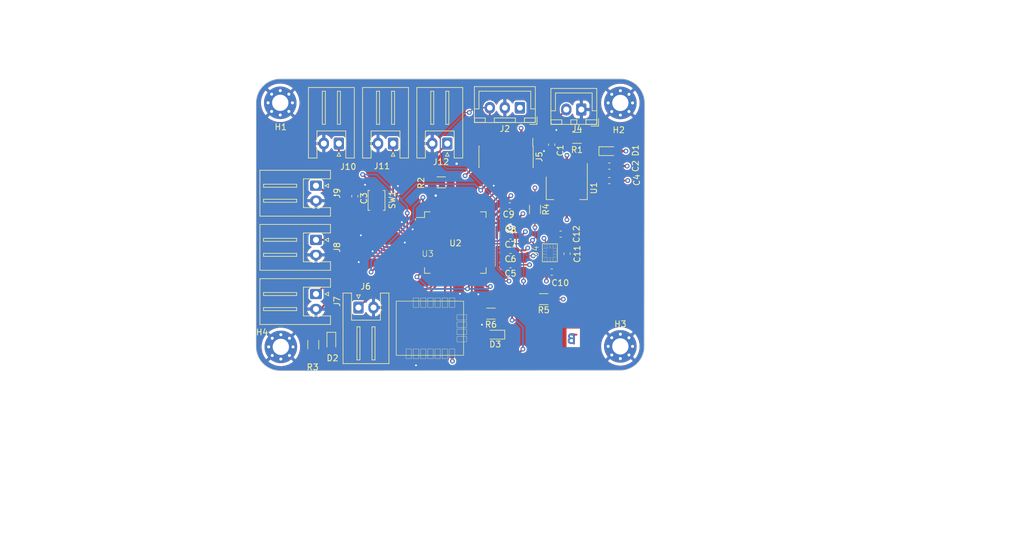
<source format=kicad_pcb>
(kicad_pcb (version 20221018) (generator pcbnew)
  (layers (0 "F.Cu" signal) (1 "In1.Cu" signal) (2 "In2.Cu" signal) (31 "B.Cu" signal) (34 "B.Paste" user) (35 "F.Paste" user) (36 "B.SilkS" user "B.Silkscreen") (37 "F.SilkS" user "F.Silkscreen") (38 "B.Mask" user) (39 "F.Mask" user) (44 "Edge.Cuts" user))
  (net 0 "")
  (net 1 "GND")
  (net 2 "VCC")
  (net 3 "+3.3V")
  (net 4 "/NRST")
  (net 5 "/MyoWare")
  (net 6 "/Back Hand")
  (net 7 "/Palm")
  (net 8 "/Thumb")
  (net 9 "/Little Finger")
  (net 10 "/Midle Fingle")
  (net 11 "/Ring Finger")
  (net 12 "/Index Finger")
  (net 20 "/Test_LED")
  (net 21 "/Boot")
  (net 22 "/USART1_TX")
  (net 23 "/USART1_RX")
  (net 36 "/OP_mode")
  (net 37 "/Wake_Up")
  (net 38 "/Reset")
  (net 40 "/SYS_JTMS-SWDIO")
  (net 41 "/SYS_JTCK-SWCLK")
  (net 42 "/I2C1_SCL")
  (net 51 "/BOOT0")
  (net 56 "/LED1")
  (net 62 "Net-(D1-K)")
  (net 63 "Net-(D2-K)")
  (net 64 "Net-(D3-K)")
  (net 73 "/I2C1_SDA")
  (footprint "Connector_JST:JST_XH_S2B-XH-A_1x02_P2.50mm_Horizontal" (layer "F.Cu") (at 105.25 58.25 180)
    (fp_text reference "J11")
    (fp_text value "Conn_01x02")
  )
  (footprint "Resistor_SMD:R_1206_3216Metric_Pad1.30x1.75mm_HandSolder" (layer "F.Cu") (at 135.775 57.3 180)
    (fp_text reference "R1")
    (fp_text value "1k")
  )
  (footprint "Connector_JST:JST_XH_S2B-XH-A_1x02_P2.50mm_Horizontal" (layer "F.Cu") (at 96.25 58.25 180)
    (fp_text reference "J10")
    (fp_text value "Conn_01x02")
  )
  (footprint "Capacitor_SMD:C_0603_1608Metric_Pad1.08x0.95mm_HandSolder" (layer "F.Cu") (at 98.9 67 -90)
    (fp_text reference "C3")
    (fp_text value "100n")
  )
  (footprint "Resistor_SMD:R_1206_3216Metric_Pad1.30x1.75mm_HandSolder" (layer "F.Cu") (at 121.5 86.5 180)
    (fp_text reference "R6")
    (fp_text value "1k")
  )
  (footprint "LED_SMD:LED_0603_1608Metric_Pad1.05x0.95mm_HandSolder" (layer "F.Cu") (at 95 91.275 -90)
    (fp_text reference "D2")
    (fp_text value "LED")
  )
  (footprint "MountingHole:MountingHole_2.7mm_Pad_Via" (layer "F.Cu") (at 86.618109 92.031891)
    (fp_text reference "H4")
    (fp_text value "MountingHole_Pad")
  )
  (footprint "Capacitor_SMD:C_0603_1608Metric_Pad1.08x0.95mm_HandSolder" (layer "F.Cu") (at 124.6 68.6)
    (fp_text reference "C9")
    (fp_text value "100nF")
  )
  (footprint "MountingHole:MountingHole_2.7mm_Pad_Via" (layer "F.Cu") (at 142.975 51.5)
    (fp_text reference "H2")
    (fp_text value "MountingHole_Pad")
  )
  (footprint "Connector_JST:JST_XH_S2B-XH-A_1x02_P2.50mm_Horizontal" (layer "F.Cu") (at 114.25 58.25 180)
    (fp_text reference "J12")
    (fp_text value "Conn_01x02")
  )
  (footprint "LED_SMD:LED_0603_1608Metric_Pad1.05x0.95mm_HandSolder" (layer "F.Cu") (at 141.075 59.5125)
    (fp_text reference "D1")
    (fp_text value "LED_RED")
  )
  (footprint "Capacitor_SMD:C_0603_1608Metric_Pad1.08x0.95mm_HandSolder" (layer "F.Cu") (at 133.0625 73.3)
    (fp_text reference "C11")
    (fp_text value "10uF")
  )
  (footprint "Capacitor_SMD:C_0603_1608Metric_Pad1.08x0.95mm_HandSolder" (layer "F.Cu") (at 124.7375 71.1 180)
    (fp_text reference "C8")
    (fp_text value "100nF")
  )
  (footprint "Capacitor_SMD:C_0603_1608Metric_Pad1.08x0.95mm_HandSolder" (layer "F.Cu") (at 134.125 76.5625 90)
    (fp_text reference "C12")
    (fp_text value "100nf")
  )
  (footprint "Capacitor_SMD:C_0603_1608Metric_Pad1.08x0.95mm_HandSolder" (layer "F.Cu") (at 131.5875 79.6)
    (fp_text reference "C10")
    (fp_text value "100nF")
  )
  (footprint "MountingHole:MountingHole_2.7mm_Pad_Via" (layer "F.Cu") (at 86.518109 51.481891)
    (fp_text reference "H1")
    (fp_text value "MountingHole_Pad")
  )
  (footprint "Capacitor_SMD:C_0603_1608Metric_Pad1.08x0.95mm_HandSolder" (layer "F.Cu") (at 131.575 58.4375 -90)
    (fp_text reference "C1")
    (fp_text value "10u")
  )
  (footprint "Connector_JST:JST_XH_S2B-XH-A_1x02_P2.50mm_Horizontal" (layer "F.Cu") (at 92.45 65.25 -90)
    (fp_text reference "J9")
    (fp_text value "Conn_01x02")
  )
  (footprint "Capacitor_SMD:C_0603_1608Metric_Pad1.08x0.95mm_HandSolder" (layer "F.Cu") (at 141.1375 62)
    (fp_text reference "C2")
    (fp_text value "10u")
  )
  (footprint "Capacitor_SMD:C_0603_1608Metric_Pad1.08x0.95mm_HandSolder" (layer "F.Cu") (at 141.1375 64.4 180)
    (fp_text reference "C4")
    (fp_text value "4.7uF")
  )
  (footprint "Package_QFP:LQFP-64_10x10mm_P0.5mm" (layer "F.Cu") (at 115.58 74.7)
    (fp_text reference "U2")
    (fp_text value "STM32G474RETx")
  )
  (footprint "IMU:WSEN-ISDS 6 Axis IMU" (layer "F.Cu") (at 128.725 76.4 90)
    (fp_text reference "U4")
    (fp_text value "~")
  )
  (footprint "Connector_PinHeader_1.27mm:PinHeader_2x07_P1.27mm_Vertical_SMD" (layer "F.Cu") (at 124 60.45 -90)
    (fp_text reference "J5")
    (fp_text value "Conn_ST_STDC14")
  )
  (footprint "Resistor_SMD:R_1206_3216Metric_Pad1.30x1.75mm_HandSolder" (layer "F.Cu") (at 113.25 64.7 180)
    (fp_text reference "R2")
    (fp_text value "R")
  )
  (footprint "Mes_empreintes:Proteus-II (Bluetooth)" (layer "F.Cu") (at 111 79.6875)
    (fp_text reference "U3")
    (fp_text value "~")
  )
  (footprint "Connector_JST:JST_XH_B2B-XH-A_1x02_P2.50mm_Vertical" (layer "F.Cu") (at 136.5 52.6 180)
    (fp_text reference "J4")
    (fp_text value "Conn_01x02")
  )
  (footprint "Connector_JST:JST_XH_S2B-XH-A_1x02_P2.50mm_Horizontal" (layer "F.Cu") (at 99.5 85.5)
    (fp_text reference "J6")
    (fp_text value "Conn_01x02")
  )
  (footprint "Connector_JST:JST_XH_S2B-XH-A_1x02_P2.50mm_Horizontal" (layer "F.Cu") (at 92.45 83.25 -90)
    (fp_text reference "J7")
    (fp_text value "Conn_01x02")
  )
  (footprint "MountingHole:MountingHole_2.7mm_Pad_Via" (layer "F.Cu") (at 142.975 91.95)
    (fp_text reference "H3")
    (fp_text value "MountingHole_Pad")
  )
  (footprint "LED_SMD:LED_0603_1608Metric_Pad1.05x0.95mm_HandSolder" (layer "F.Cu") (at 122.125 90 180)
    (fp_text reference "D3")
    (fp_text value "LED")
  )
  (footprint "Resistor_SMD:R_1206_3216Metric_Pad1.30x1.75mm_HandSolder" (layer "F.Cu") (at 92 91.65 -90)
    (fp_text reference "R3")
    (fp_text value "1k")
  )
  (footprint "Resistor_SMD:R_1206_3216Metric_Pad1.30x1.75mm_HandSolder" (layer "F.Cu") (at 130.25 84.1 180)
    (fp_text reference "R5")
    (fp_text value "4.7K")
  )
  (footprint "Capacitor_SMD:C_0603_1608Metric_Pad1.08x0.95mm_HandSolder" (layer "F.Cu") (at 124.7375 73.6 180)
    (fp_text reference "C7")
    (fp_text value "100nF")
  )
  (footprint "Capacitor_SMD:C_0603_1608Metric_Pad1.08x0.95mm_HandSolder" (layer "F.Cu") (at 124.7375 76 180)
    (fp_text reference "C6")
    (fp_text value "100nF")
  )
  (footprint "Resistor_SMD:R_1206_3216Metric_Pad1.30x1.75mm_HandSolder" (layer "F.Cu") (at 128.8 69.2 -90)
    (fp_text reference "R4")
    (fp_text value "4.7K")
  )
  (footprint "Button_Switch_SMD:SW_SPST_B3U-1000P" (layer "F.Cu") (at 102.5 67.7 90)
    (fp_text reference "SW1")
    (fp_text value "SW_Push")
  )
  (footprint "Connector_JST:JST_XH_B3B-XH-A_1x03_P2.50mm_Vertical" (layer "F.Cu") (at 126.3 52.3 180)
    (fp_text reference "J2")
    (fp_text value "Conn_01x03")
  )
  (footprint "Connector_JST:JST_XH_S2B-XH-A_1x02_P2.50mm_Horizontal" (layer "F.Cu") (at 92.45 74.25 -90)
    (fp_text reference "J8")
    (fp_text value "Conn_01x02")
  )
  (footprint "Package_TO_SOT_SMD:SOT-223-3_TabPin2" (layer "F.Cu") (at 134.075 65.65 -90)
    (fp_text reference "U1")
    (fp_text value "AMS1117-3.3")
  )
  (footprint "Capacitor_SMD:C_0603_1608Metric_Pad1.08x0.95mm_HandSolder" (layer "F.Cu") (at 124.7375 78.4 180)
    (fp_text reference "C5")
    (fp_text value "100nF")
  )
  (gr_arc (start 86.5 95.990614) (mid 83.67821 94.82179) (end 82.509386 92) (stroke (width 0.1)) (layer "Edge.Cuts"))
  (gr_line (start 147 51.5) (end 146.940613 91.95) (stroke (width 0.1)) (layer "Edge.Cuts"))
  (gr_arc (start 143 47.5) (mid 145.828427 48.671573) (end 147 51.5) (stroke (width 0.1)) (layer "Edge.Cuts"))
  (gr_arc (start 82.518772 51.5) (mid 83.687595 48.678205) (end 86.509386 47.509372) (stroke (width 0.1)) (layer "Edge.Cuts"))
  (gr_line (start 82.509386 92) (end 82.518772 51.5) (stroke (width 0.1)) (layer "Edge.Cuts"))
  (gr_line (start 142.95 95.940613) (end 86.5 95.990614) (stroke (width 0.1)) (layer "Edge.Cuts"))
  (gr_line (start 86.509386 47.509386) (end 143 47.5) (stroke (width 0.1)) (layer "Edge.Cuts"))
  (gr_arc (start 146.940613 91.95) (mid 145.77179 94.77179) (end 142.95 95.940613) (stroke (width 0.1)) (layer "Edge.Cuts"))
  (gr_text "T" (at 134.5 91.7) (layer "F.Cu") (effects (font (size 1.5 1.5) (thickness 0.3) bold) (justify left bottom)))
  (gr_text "EVE Haptic gloves \nENSEA" (at 145.9 85.3 90) (layer "F.Cu") (effects (font (size 1 1) (thickness 0.25) bold) (justify left bottom)))
  (gr_text "B" (at 135.8 91.6) (layer "B.Cu") (effects (font (size 1.5 1.5) (thickness 0.3) bold) (justify left bottom mirror)))
  (segment (start 123.525 71.45) (end 123.875 71.1) (width 0.3) (layer "F.Cu") (net 1))
  (segment (start 116.35 81.9) (end 116.35 83.2) (width 0.2) (layer "F.Cu") (net 1))
  (segment (start 121.255 71.45) (end 123.525 71.45) (width 0.3) (layer "F.Cu") (net 1))
  (segment (start 123.875 70.1875) (end 125.4625 68.6) (width 0.3) (layer "F.Cu") (net 1))
  (segment (start 119.95 88.3) (end 120 88.35) (width 0.2) (layer "F.Cu") (net 1))
  (segment (start 100.957106 77.95) (end 93.157106 85.75) (width 0.3) (layer "F.Cu") (net 1))
  (segment (start 109.905 77.95) (end 100.957106 77.95) (width 0.3) (layer "F.Cu") (net 1))
  (segment (start 116.83 80.375) (end 116.83 81.42) (width 0.2) (layer "F.Cu") (net 1))
  (segment (start 93.157106 85.75) (end 92.45 85.75) (width 0.3) (layer "F.Cu") (net 1))
  (segment (start 112.33 65.33) (end 111.7 64.7) (width 0.3) (layer "F.Cu") (net 1))
  (segment (start 109.05 93.1875) (end 109.05 95.1) (width 0.3) (layer "F.Cu") (net 1))
  (segment (start 109.2 93.3375) (end 109.05 93.1875) (width 0.3) (layer "F.Cu") (net 1))
  (segment (start 114.8 61.6) (end 115.8 61.6) (width 0.3) (layer "F.Cu") (net 1))
  (segment (start 111.7 64.7) (end 114.8 61.6) (width 0.3) (layer "F.Cu") (net 1))
  (segment (start 123.875 71.1) (end 123.875 70.1875) (width 0.3) (layer "F.Cu") (net 1))
  (segment (start 116.83 81.42) (end 116.35 81.9) (width 0.2) (layer "F.Cu") (net 1))
  (segment (start 112.33 66.9) (end 112.33 65.33) (width 0.3) (layer "F.Cu") (net 1))
  (segment (start 118.83 80.375) (end 118.83 82.73) (width 0.2) (layer "F.Cu") (net 1))
  (segment (start 118.83 82.73) (end 119.4 83.3) (width 0.2) (layer "F.Cu") (net 1))
  (segment (start 119.95 86.5) (end 119.95 88.3) (width 0.2) (layer "F.Cu") (net 1))
  (segment (start 112.33 69.025) (end 112.33 66.9) (width 0.3) (layer "F.Cu") (net 1))
  (via (at 106.7 71.3) (size 0.6) (drill 0.3) (layers "F.Cu" "B.Cu") (net 1))
  (via (at 130.3 59.5) (size 0.6) (drill 0.3) (layers "F.Cu" "B.Cu") (net 1))
  (via (at 121.95 65.25) (size 0.6) (drill 0.3) (layers "F.Cu" "B.Cu") (net 1))
  (via (at 108.5 72.5) (size 0.6) (drill 0.3) (layers "F.Cu" "B.Cu") (net 1))
  (via (at 99.9 73.5) (size 0.6) (drill 0.3) (layers "F.Cu" "B.Cu") (net 1))
  (via (at 109.05 95.1) (size 0.6) (drill 0.3) (layers "F.Cu" "B.Cu") (net 1))
  (via (at 119.4 83.3) (size 0.6) (drill 0.3) (layers "F.Cu" "B.Cu") (net 1))
  (via (at 116.35 83.2) (size 0.6) (drill 0.3) (layers "F.Cu" "B.Cu") (net 1))
  (via (at 120 88.35) (size 0.6) (drill 0.3) (layers "F.Cu" "B.Cu") (net 1))
  (via (at 99.55 77.95) (size 0.6) (drill 0.3) (layers "F.Cu" "B.Cu") (net 1))
  (via (at 100.6 65.1) (size 0.6) (drill 0.3) (layers "F.Cu" "B.Cu") (net 1))
  (via (at 95.6 66.85) (size 0.6) (drill 0.3) (layers "F.Cu" "B.Cu") (net 1))
  (via (at 115.8 61.6) (size 0.8) (drill 0.4) (layers "F.Cu" "B.Cu") (net 1))
  (via (at 112.33 66.9) (size 0.8) (drill 0.4) (layers "F.Cu" "B.Cu") (net 1))
  (via (at 107.2 74.7) (size 0.6) (drill 0.3) (layers "F.Cu" "B.Cu") (net 1))
  (via (at 132.35 56) (size 0.6) (drill 0.3) (layers "F.Cu" "B.Cu") (net 1))
  (via (at 106.05 65.3) (size 0.6) (drill 0.3) (layers "F.Cu" "B.Cu") (net 1))
  (via (at 101.85 76.15) (size 0.6) (drill 0.3) (layers "F.Cu" "B.Cu") (net 1))
  (segment (start 129.6 60.4) (end 129.6 62) (width 0.3) (layer "F.Cu") (net 2))
  (segment (start 134 52.6) (end 129.6 57) (width 0.3) (layer "F.Cu") (net 2))
  (segment (start 130.475 60.4) (end 129.6 60.4) (width 0.3) (layer "F.Cu") (net 2))
  (segment (start 129.6 62) (end 130.1 62.5) (width 0.3) (layer "F.Cu") (net 2))
  (segment (start 131.575 59.3) (end 130.475 60.4) (width 0.3) (layer "F.Cu") (net 2))
  (segment (start 130.1 62.5) (end 131.775 62.5) (width 0.3) (layer "F.Cu") (net 2))
  (segment (start 129.6 57) (end 129.6 60.4) (width 0.3) (layer "F.Cu") (net 2))
  (segment (start 109.905 78.45) (end 102.75 78.45) (width 0.3) (layer "F.Cu") (net 3))
  (segment (start 128.8 67.65) (end 128.8 65.6) (width 0.2) (layer "F.Cu") (net 3))
  (segment (start 120.8 82) (end 119.4 80.6) (width 0.3) (layer "F.Cu") (net 3))
  (segment (start 125.6 73.6) (end 126.5 73.6) (width 0.3) (layer "F.Cu") (net 3))
  (segment (start 123.7375 67.9625) (end 123.7375 68.6) (width 0.4) (layer "F.Cu") (net 3))
  (segment (start 133.6 76.9) (end 134.125 77.425) (width 0.2) (layer "F.Cu") (net 3))
  (segment (start 127.1995 76) (end 125.6 76) (width 0.3) (layer "F.Cu") (net 3))
  (segment (start 117.83 82.17) (end 117.83 80.375) (width 0.3) (layer "F.Cu") (net 3))
  (segment (start 132.2 73.3) (end 132.2 75.125) (width 0.2) (layer "F.Cu") (net 3))
  (segment (start 126.5 55.7) (end 126.54 55.74) (width 0.4) (layer "F.Cu") (net 3))
  (segment (start 134.1 60.2) (end 134.075 60.225) (width 0.4) (layer "F.Cu") (net 3))
  (segment (start 142 64.4) (end 144 64.4) (width 0.3) (layer "F.Cu") (net 3))
  (segment (start 125.6 78.4) (end 127.9 78.4) (width 0.2) (layer "F.Cu") (net 3))
  (segment (start 132.2 75.125) (end 132.025 75.3) (width 0.2) (layer "F.Cu") (net 3))
  (segment (start 134.075 60.225) (end 134.075 62.5) (width 0.4) (layer "F.Cu") (net 3))
  (segment (start 132.125 76.9) (end 133.6 76.9) (width 0.2) (layer "F.Cu") (net 3))
  (segment (start 130.725 81.075) (end 130.7 81.1) (width 0.4) (layer "F.Cu") (net 3))
  (segment (start 117.6 82.4) (end 117.83 82.17) (width 0.3) (layer "F.Cu") (net 3))
  (segment (start 109.905 78.45) (end 109.905 79.695) (width 0.3) (layer "F.Cu") (net 3))
  (segment (start 130.525 74.225) (end 130.3 74) (width 0.2) (layer "F.Cu") (net 3))
  (segment (start 126.5 73.6) (end 127.2 72.9) (width 0.3) (layer "F.Cu") (net 3))
  (segment (start 134.075 70.875) (end 134.075 68.8) (width 0.4) (layer "F.Cu") (net 3))
  (segment (start 109.905 70.95) (end 109.905 69.295) (width 0.3) (layer "F.Cu") (net 3))
  (segment (start 123.7375 68.6) (end 121.4375 70.9) (width 0.4) (layer "F.Cu") (net 3))
  (segment (start 115.05 94.3505) (end 115.1 94.4005) (width 0.4) (layer "F.Cu") (net 3))
  (segment (start 143.9 59.5) (end 143.8875 59.5125) (width 0.4) (layer "F.Cu") (net 3))
  (segment (start 110.2 67.1995) (end 110.2 69) (width 0.3) (layer "F.Cu") (net 3))
  (segment (start 130.525 78.575) (end 130.525 77.5) (width 0.4) (layer "F.Cu") (net 3))
  (segment (start 143.8875 59.5125) (end 141.95 59.5125) (width 0.4) (layer "F.Cu") (net 3))
  (segment (start 142 62) (end 144.1 62) (width 0.4) (layer "F.Cu") (net 3))
  (segment (start 127.5995 75.6) (end 127.1995 76) (width 0.3) (layer "F.Cu") (net 3))
  (segment (start 111.805 69) (end 111.83 69.025) (width 0.3) (layer "F.Cu") (net 3))
  (segment (start 131.8 84.1) (end 133.5 84.1) (width 0.2) (layer "F.Cu") (net 3))
  (segment (start 125.6 71.1) (end 126.8 69.9) (width 0.3) (layer "F.Cu") (net 3))
  (segment (start 130.525 75.3) (end 130.525 74.225) (width 0.2) (layer "F.Cu") (net 3))
  (segment (start 109.905 69.295) (end 110.2 69) (width 0.3) (layer "F.Cu") (net 3))
  (segment (start 124.8 66.9) (end 123.7375 67.9625) (width 0.4) (layer "F.Cu") (net 3))
  (segment (start 126.54 55.74) (end 126.54 58.5) (width 0.4) (layer "F.Cu") (net 3))
  (segment (start 130.725 79.6) (end 130.725 78.825) (width 0.4) (layer "F.Cu") (net 3))
  (segment (start 130.725 78.825) (end 130.5 78.6) (width 0.4) (layer "F.Cu") (net 3))
  (segment (start 115.05 93.1875) (end 115.05 94.3505) (width 0.4) (layer "F.Cu") (net 3))
  (segment (start 121.4 82) (end 120.8 82) (width 0.3) (layer "F.Cu") (net 3))
  (segment (start 109.905 79.695) (end 109.2 80.4) (width 0.3) (layer "F.Cu") (net 3))
  (segment (start 134.1 70.9) (end 134.075 70.875) (width 0.4) (layer "F.Cu") (net 3))
  (segment (start 130.725 79.6) (end 130.725 81.075) (width 0.4) (layer "F.Cu") (net 3))
  (segment (start 144 64.4) (end 144.2 64.4) (width 0.2) (layer "F.Cu") (net 3))
  (segment (start 102.75 78.45) (end 101.6 79.6) (width 0.3) (layer "F.Cu") (net 3))
  (segment (start 110.2 69) (end 111.805 69) (width 0.3) (layer "F.Cu") (net 3))
  (segment (start 130.5 78.6) (end 130.525 78.575) (width 0.4) (layer "F.Cu") (net 3))
  (via (at 109.2 80.4) (size 0.8) (drill 0.4) (layers "F.Cu" "B.Cu") (net 3))
  (via (at 117.6 82.4) (size 0.8) (drill 0.4) (layers "F.Cu" "B.Cu") (net 3))
  (via (at 126.5 55.7) (size 0.8) (drill 0.4) (layers "F.Cu" "B.Cu") (net 3))
  (via (at 130.3 74) (size 0.8) (drill 0.4) (layers "F.Cu" "B.Cu") (net 3))
  (via (at 134.1 70.9) (size 0.8) (drill 0.4) (layers "F.Cu" "B.Cu") (net 3))
  (via (at 101.6 79.6) (size 0.8) (drill 0.4) (layers "F.Cu" "B.Cu") (net 3))
  (via (at 134.1 60.2) (size 0.8) (drill 0.4) (layers "F.Cu" "B.Cu") (net 3))
  (via (at 127.2 72.9) (size 0.8) (drill 0.4) (layers "F.Cu" "B.Cu") (net 3))
  (via (at 124.8 66.9) (size 0.8) (drill 0.4) (layers "F.Cu" "B.Cu") (net 3))
  (via (at 110.2 67.1995) (size 0.8) (drill 0.4) (layers "F.Cu" "B.Cu") (net 3))
  (via (at 127.5995 75.6) (size 0.8) (drill 0.4) (layers "F.Cu" "B.Cu") (net 3))
  (via (at 128.8 65.6) (size 0.8) (drill 0.4) (layers "F.Cu" "B.Cu") (net 3))
  (via (at 144.2 64.4) (size 0.8) (drill 0.4) (layers "F.Cu" "B.Cu") (net 3))
  (via (at 127.9 78.4) (size 0.8) (drill 0.4) (layers "F.Cu" "B.Cu") (net 3))
  (via (at 143.9 59.5) (size 0.8) (drill 0.4) (layers "F.Cu" "B.Cu") (net 3))
  (via (at 144.1 62) (size 0.8) (drill 0.4) (layers "F.Cu" "B.Cu") (net 3))
  (via (at 126.8 69.9) (size 0.8) (drill 0.4) (layers "F.Cu" "B.Cu") (net 3))
  (via (at 121.4 82) (size 0.8) (drill 0.4) (layers "F.Cu" "B.Cu") (net 3))
  (via (at 133.5 84.1) (size 0.8) (drill 0.4) (layers "F.Cu" "B.Cu") (net 3))
  (via (at 115.1 94.4005) (size 0.8) (drill 0.4) (layers "F.Cu" "B.Cu") (net 3))
  (via (at 130.7 81.1) (size 0.8) (drill 0.4) (layers "F.Cu" "B.Cu") (net 3))
  (segment (start 121 82.4) (end 117.6 82.4) (width 0.3) (layer "B.Cu") (net 3))
  (segment (start 111.2 82.4) (end 117.6 82.4) (width 0.3) (layer "B.Cu") (net 3))
  (segment (start 101.6 77.8) (end 101.6 79.6) (width 0.3) (layer "B.Cu") (net 3))
  (segment (start 108.6 68.7995) (end 108.6 70.8) (width 0.3) (layer "B.Cu") (net 3))
  (segment (start 108.6 70.8) (end 101.6 77.8) (width 0.3) (layer "B.Cu") (net 3))
  (segment (start 110.2 67.1995) (end 108.6 68.7995) (width 0.3) (layer "B.Cu") (net 3))
  (segment (start 121.4 82) (end 121 82.4) (width 0.3) (layer "B.Cu") (net 3))
  (segment (start 109.2 80.4) (end 111.2 82.4) (width 0.3) (layer "B.Cu") (net 3))
  (segment (start 99.0375 66) (end 102.5 66) (width 0.3) (layer "F.Cu") (net 4))
  (segment (start 121.46 64.34) (end 121.46 62.4) (width 0.3) (layer "F.Cu") (net 4))
  (segment (start 98.9 66.1375) (end 99.0375 66) (width 0.3) (layer "F.Cu") (net 4))
  (segment (start 119.8 66) (end 121.46 64.34) (width 0.3) (layer "F.Cu") (net 4))
  (segment (start 109.028959 73.95) (end 109.905 73.95) (width 0.3) (layer "F.Cu") (net 4))
  (segment (start 107.6 72.521041) (end 109.028959 73.95) (width 0.3) (layer "F.Cu") (net 4))
  (segment (start 102.5 65.7) (end 102.5 66) (width 0.3) (layer "F.Cu") (net 4))
  (segment (start 100.2 63.4) (end 102.5 65.7) (width 0.3) (layer "F.Cu") (net 4))
  (segment (start 107.6 69.8) (end 107.6 72.521041) (width 0.3) (layer "F.Cu") (net 4))
  (via (at 107.6 69.8) (size 0.8) (drill 0.4) (layers "F.Cu" "B.Cu") (net 4))
  (via (at 119.8 66) (size 0.8) (drill 0.4) (layers "F.Cu" "B.Cu") (net 4))
  (via (at 100.2 63.4) (size 0.8) (drill 0.4) (layers "F.Cu" "B.Cu") (net 4))
  (segment (start 102.5 63.4) (end 106.55 67.45) (width 0.3) (layer "B.Cu") (net 4))
  (segment (start 106.55 67.45) (end 106.55 67.6) (width 0.3) (layer "B.Cu") (net 4))
  (segment (start 118.8 65) (end 119.8 66) (width 0.3) (layer "B.Cu") (net 4))
  (segment (start 107.6 68.65) (end 107.6 69.8) (width 0.3) (layer "B.Cu") (net 4))
  (segment (start 100.2 63.4) (end 102.5 63.4) (width 0.3) (layer "B.Cu") (net 4))
  (segment (start 106.55 67.6) (end 107.6 68.65) (width 0.3) (layer "B.Cu") (net 4))
  (segment (start 109.15 65) (end 118.8 65) (width 0.3) (layer "B.Cu") (net 4))
  (segment (start 106.55 67.6) (end 109.15 65) (width 0.3) (layer "B.Cu") (net 4))
  (segment (start 120.18 79.165) (end 122.115 81.1) (width 0.2) (layer "F.Cu") (net 5))
  (segment (start 118 56.2) (end 118 62.8) (width 0.3) (layer "F.Cu") (net 5))
  (segment (start 120.18 72.21967) (end 120.18 79.165) (width 0.2) (layer "F.Cu") (net 5))
  (segment (start 121.3 55.1) (end 120.8 55.6) (width 0.3) (layer "F.Cu") (net 5))
  (segment (start 120.8 55.6) (end 118.6 55.6) (width 0.3) (layer "F.Cu") (net 5))
  (segment (start 121.255 71.95) (end 120.44967 71.95) (width 0.2) (layer "F.Cu") (net 5))
  (segment (start 118.7 52.3) (end 121.3 52.3) (width 0.2) (layer "F.Cu") (net 5))
  (segment (start 121.3 52.3) (end 121.3 55.1) (width 0.3) (layer "F.Cu") (net 5))
  (segment (start 122.115 81.1) (end 124.5 81.1) (width 0.2) (layer "F.Cu") (net 5))
  (segment (start 118.6 55.6) (end 118 56.2) (width 0.3) (layer "F.Cu") (net 5))
  (segment (start 120.44967 71.95) (end 120.18 72.21967) (width 0.2) (layer "F.Cu") (net 5))
  (segment (start 117.9 53.1) (end 118.7 52.3) (width 0.2) (layer "F.Cu") (net 5))
  (segment (start 118 62.8) (end 117.2 63.6) (width 0.3) (layer "F.Cu") (net 5))
  (via (at 117.2 63.6) (size 0.8) (drill 0.4) (layers "F.Cu" "B.Cu") (net 5))
  (via (at 117.9 53.1) (size 0.8) (drill 0.4) (layers "F.Cu" "B.Cu") (net 5))
  (via (at 124.5 81.1) (size 0.8) (drill 0.4) (layers "F.Cu" "B.Cu") (net 5))
  (segment (start 113.1 61.376346) (end 113.1 57.272183) (width 0.2) (layer "B.Cu") (net 5))
  (segment (start 117.272183 53.1) (end 117.9 53.1) (width 0.2) (layer "B.Cu") (net 5))
  (segment (start 124.5 81) (end 122.55 79.05) (width 0.2) (layer "B.Cu") (net 5))
  (segment (start 117.233511 62.443561) (end 114.167215 62.443561) (width 0.2) (layer "B.Cu") (net 5))
  (segment (start 124.5 81.1) (end 124.5 81) (width 0.2) (layer "B.Cu") (net 5))
  (segment (start 113.1 57.272183) (end 117.272183 53.1) (width 0.2) (layer "B.Cu") (net 5))
  (segment (start 122.55 67.76005) (end 117.233511 62.443561) (width 0.2) (layer "B.Cu") (net 5))
  (segment (start 114.167215 62.443561) (end 113.1 61.376346) (width 0.2) (layer "B.Cu") (net 5))
  (segment (start 122.55 79.05) (end 122.55 67.76005) (width 0.2) (layer "B.Cu") (net 5))
  (segment (start 114.25 58.25) (end 105.8 66.7) (width 0.3) (layer "F.Cu") (net 6))
  (segment (start 105.8 71.492894) (end 108.757106 74.45) (width 0.3) (layer "F.Cu") (net 6))
  (segment (start 105.8 66.7) (end 105.8 71.492894) (width 0.3) (layer "F.Cu") (net 6))
  (segment (start 108.757106 74.45) (end 109.905 74.45) (width 0.3) (layer "F.Cu") (net 6))
  (segment (start 108.55 74.95) (end 109.8 74.95) (width 0.3) (layer "F.Cu") (net 7))
  (segment (start 105.25 58.25) (end 105.25 71.65) (width 0.3) (layer "F.Cu") (net 7))
  (segment (start 105.25 71.65) (end 108.55 74.95) (width 0.3) (layer "F.Cu") (net 7))
  (segment (start 103.73774 75.45) (end 109.7 75.45) (width 0.3) (layer "F.Cu") (net 8))
  (segment (start 103.16887 74.88113) (end 103.73774 75.45) (width 0.3) (layer "F.Cu") (net 8))
  (segment (start 96.25 67.96226) (end 103.16887 74.88113) (width 0.3) (layer "F.Cu") (net 8))
  (segment (start 96.25 58.25) (end 96.25 67.96226) (width 0.3) (layer "F.Cu") (net 8))
  (segment (start 92.45 65.25) (end 92.830634 65.25) (width 0.3) (layer "F.Cu") (net 9))
  (segment (start 103.530634 75.95) (end 109.905 75.95) (width 0.3) (layer "F.Cu") (net 9))
  (segment (start 92.830634 65.25) (end 103.530634 75.95) (width 0.3) (layer "F.Cu") (net 9))
  (segment (start 92.45 74.25) (end 101.123528 74.25) (width 0.3) (layer "F.Cu") (net 10))
  (segment (start 103.323528 76.45) (end 109.905 76.45) (width 0.3) (layer "F.Cu") (net 10))
  (segment (start 101.123528 74.25) (end 103.323528 76.45) (width 0.3) (layer "F.Cu") (net 10))
  (segment (start 98.75 76.95) (end 92.45 83.25) (width 0.3) (layer "F.Cu") (net 11))
  (segment (start 110.4 76.95) (end 98.75 76.95) (width 0.3) (layer "F.Cu") (net 11))
  (segment (start 102.6 82.4) (end 111.181041 82.4) (width 0.3) (layer "F.Cu") (net 12))
  (segment (start 99.5 85.5) (end 102.6 82.4) (width 0.3) (layer "F.Cu") (net 12))
  (segment (start 112.33 81.251041) (end 112.33 80.375) (width 0.3) (layer "F.Cu") (net 12))
  (segment (start 111.181041 82.4) (end 112.33 81.251041) (width 0.3) (layer "F.Cu") (net 12))
  (segment (start 111.288148 83) (end 106.1 83) (width 0.3) (layer "F.Cu") (net 20))
  (segment (start 99.65 92.15) (end 95 92.15) (width 0.3) (layer "F.Cu") (net 20))
  (segment (start 112.83 80.375) (end 112.83 81.458148) (width 0.3) (layer "F.Cu") (net 20))
  (segment (start 105.2 86.6) (end 99.65 92.15) (width 0.3) (layer "F.Cu") (net 20))
  (segment (start 112.83 81.458148) (end 111.288148 83) (width 0.3) (layer "F.Cu") (net 20))
  (segment (start 106.1 83) (end 105.2 83.9) (width 0.3) (layer "F.Cu") (net 20))
  (segment (start 105.2 83.9) (end 105.2 86.6) (width 0.3) (layer "F.Cu") (net 20))
  (segment (start 114.33 81.67) (end 114.33 80.375) (width 0.3) (layer "F.Cu") (net 22))
  (segment (start 113.85 82.15) (end 114.33 81.67) (width 0.3) (layer "F.Cu") (net 22))
  (segment (start 113.8 84.6375) (end 113.85 84.6875) (width 0.3) (layer "F.Cu") (net 22))
  (segment (start 113.85 82.15) (end 113.85 84.6875) (width 0.3) (layer "F.Cu") (net 22))
  (segment (start 114.83 83.43) (end 115.05 83.65) (width 0.3) (layer "F.Cu") (net 23))
  (segment (start 114.83 83.43) (end 114.83 80.375) (width 0.3) (layer "F.Cu") (net 23))
  (segment (start 115.05 84.6875) (end 115.05 84.5) (width 0.3) (layer "F.Cu") (net 23))
  (segment (start 115.05 83.65) (end 115.05 84.6875) (width 0.3) (layer "F.Cu") (net 23))
  (segment (start 119 84.6) (end 118.33 83.93) (width 0.3) (layer "F.Cu") (net 38))
  (segment (start 113.9 95.3) (end 112.65 94.05) (width 0.3) (layer "F.Cu") (net 38))
  (segment (start 125 87.6) (end 125 85.6) (width 0.3) (layer "F.Cu") (net 38))
  (segment (start 112.65 94.05) (end 112.65 93.1875) (width 0.3) (layer "F.Cu") (net 38))
  (segment (start 123.9 95.3) (end 113.9 95.3) (width 0.3) (layer "F.Cu") (net 38))
  (segment (start 118.33 83.93) (end 118.33 80.375) (width 0.3) (layer "F.Cu") (net 38))
  (segment (start 125 85.6) (end 124 84.6) (width 0.3) (layer "F.Cu") (net 38))
  (segment (start 126.8 92.4) (end 123.9 95.3) (width 0.3) (layer "F.Cu") (net 38))
  (segment (start 124 84.6) (end 119 84.6) (width 0.3) (layer "F.Cu") (net 38))
  (via (at 125 87.6) (size 0.8) (drill 0.4) (layers "F.Cu" "B.Cu") (net 38))
  (via (at 126.8 92.4) (size 0.8) (drill 0.4) (layers "F.Cu" "B.Cu") (net 38))
  (segment (start 125 87.6) (end 125.6 87.6) (width 0.3) (layer "B.Cu") (net 38))
  (segment (start 125.6 87.6) (end 126.8 88.8) (width 0.3) (layer "B.Cu") (net 38))
  (segment (start 126.8 88.8) (end 126.8 92.4) (width 0.3) (layer "B.Cu") (net 38))
  (segment (start 123.65 66.1) (end 123.65 66.12) (width 0.3) (layer "F.Cu") (net 40))
  (segment (start 120.745 69.025) (end 119.33 69.025) (width 0.3) (layer "F.Cu") (net 40))
  (segment (start 123.65 66.12) (end 120.745 69.025) (width 0.3) (layer "F.Cu") (net 40))
  (segment (start 126.54 63.21) (end 123.65 66.1) (width 0.3) (layer "F.Cu") (net 40))
  (segment (start 126.54 62.4) (end 126.54 63.21) (width 0.3) (layer "F.Cu") (net 40))
  (segment (start 120.6 67.9) (end 119.078959 67.9) (width 0.3) (layer "F.Cu") (net 41))
  (segment (start 119.078959 67.9) (end 118.83 68.148959) (width 0.3) (layer "F.Cu") (net 41))
  (segment (start 125.27 62.4) (end 125.27 63.23) (width 0.3) (layer "F.Cu") (net 41))
  (segment (start 125.27 63.23) (end 120.6 67.9) (width 0.3) (layer "F.Cu") (net 41))
  (segment (start 118.83 68.148959) (end 118.83 68.8) (width 0.3) (layer "F.Cu") (net 41))
  (segment (start 128.4 74.3) (end 128.4 74.710508) (width 0.2) (layer "F.Cu") (net 42))
  (segment (start 128.8 70.75) (end 128.8 72.2) (width 0.2) (layer "F.Cu") (net 42))
  (segment (start 128.994746 75.305254) (end 130.089492 76.4) (width 0.2) (layer "F.Cu") (net 42))
  (segment (start 128.4 74.3) (end 127.8 74.9) (width 0.2) (layer "F.Cu") (net 42))
  (segment (start 130.089492 76.4) (end 130.425 76.4) (width 0.2) (layer "F.Cu") (net 42))
  (segment (start 128.4 74.710508) (end 128.994746 75.305254) (width 0.2) (layer "F.Cu") (net 42))
  (segment (start 127.8 74.9) (end 121.305 74.9) (width 0.2) (layer "F.Cu") (net 42))
  (segment (start 121.305 74.9) (end 121.255 74.95) (width 0.2) (layer "F.Cu") (net 42))
  (via (at 128.8 72.2) (size 0.8) (drill 0.4) (layers "F.Cu" "B.Cu") (net 42))
  (via (at 128.4 74.3) (size 0.8) (drill 0.4) (layers "F.Cu" "B.Cu") (net 42))
  (segment (start 128.8 73.9) (end 128.4 74.3) (width 0.2) (layer "B.Cu") (net 42))
  (segment (start 128.8 72.2) (end 128.8 73.9) (width 0.2) (layer "B.Cu") (net 42))
  (segment (start 114.8 66.678959) (end 113.33 68.148959) (width 0.3) (layer "F.Cu") (net 51))
  (segment (start 113.33 68.148959) (end 113.33 69.025) (width 0.3) (layer "F.Cu") (net 51))
  (segment (start 114.8 64.7) (end 114.8 66.678959) (width 0.3) (layer "F.Cu") (net 51))
  (segment (start 116.65 88.3375) (end 116.977817 88.3375) (width 0.3) (layer "F.Cu") (net 56))
  (segment (start 116.977817 88.3375) (end 118.640317 90) (width 0.3) (layer "F.Cu") (net 56))
  (segment (start 118.640317 90) (end 121.25 90) (width 0.3) (layer "F.Cu") (net 56))
  (segment (start 137.325 57.3) (end 139.5375 59.5125) (width 0.3) (layer "F.Cu") (net 62))
  (segment (start 139.5375 59.5125) (end 140.2 59.5125) (width 0.3) (layer "F.Cu") (net 62))
  (segment (start 94.7 90.1) (end 95 90.4) (width 0.3) (layer "F.Cu") (net 63))
  (segment (start 92 90.1) (end 94.7 90.1) (width 0.3) (layer "F.Cu") (net 63))
  (segment (start 123 90) (end 123.05 89.95) (width 0.3) (layer "F.Cu") (net 64))
  (segment (start 123.05 89.95) (end 123.05 86.5) (width 0.3) (layer "F.Cu") (net 64))
  (segment (start 121.305 74.4) (end 121.255 74.45) (width 0.2) (layer "F.Cu") (net 73))
  (segment (start 123.0375 73.13986) (end 123.0375 74.1125) (width 0.2) (layer "F.Cu") (net 73))
  (segment (start 130.425 76.9) (end 128.5 76.9) (width 0.2) (layer "F.Cu") (net 73))
  (segment (start 126.9 81.1) (end 126.9 82.3) (width 0.2) (layer "F.Cu") (net 73))
  (segment (start 123.0375 74.1125) (end 122.7 74.45) (width 0.2) (layer "F.Cu") (net 73))
  (segment (start 123.87736 72.3) (end 123.0375 73.13986) (width 0.2) (layer "F.Cu") (net 73))
  (segment (start 122.7 74.45) (end 121.255 74.45) (width 0.2) (layer "F.Cu") (net 73))
  (segment (start 126.9 82.3) (end 128.7 84.1) (width 0.2) (layer "F.Cu") (net 73))
  (segment (start 124.6 72.3) (end 123.87736 72.3) (width 0.2) (layer "F.Cu") (net 73))
  (via (at 126.9 81.1) (size 0.8) (drill 0.4) (layers "F.Cu" "B.Cu") (net 73))
  (via (at 128.5 76.9) (size 0.8) (drill 0.4) (layers "F.Cu" "B.Cu") (net 73))
  (via (at 124.6 72.3) (size 0.8) (drill 0.4) (layers "F.Cu" "B.Cu") (net 73))
  (segment (start 124.6 72.3) (end 125.7 73.4) (width 0.2) (layer "B.Cu") (net 73))
  (segment (start 126.9 76.6) (end 126.9 81.1) (width 0.2) (layer "B.Cu") (net 73))
  (segment (start 125.7 73.4) (end 125.7 75.4) (width 0.2) (layer "B.Cu") (net 73))
  (segment (start 125.7 75.4) (end 126.9 76.6) (width 0.2) (layer "B.Cu") (net 73))
  (segment (start 128.5 76.9) (end 127.5 76.9) (width 0.2) (layer "B.Cu") (net 73))
  (segment (start 127.2 76.6) (end 126.9 76.6) (width 0.2) (layer "B.Cu") (net 73))
  (segment (start 127.5 76.9) (end 127.2 76.6) (width 0.2) (layer "B.Cu") (net 73))
  (zone (net 1) (net_name "GND") (layers "F.Cu" "In1.Cu" "B.Cu") (connect_pads (clearance 0.25)) (min_thickness 0.25) (fill yes (thermal_gap 0.5) (thermal_bridge_width 0.5))
    (polygon (pts (xy 40 34.6) (xy 209.8 34.4) (xy 210 125) (xy 40 125)))
  )
)
</source>
